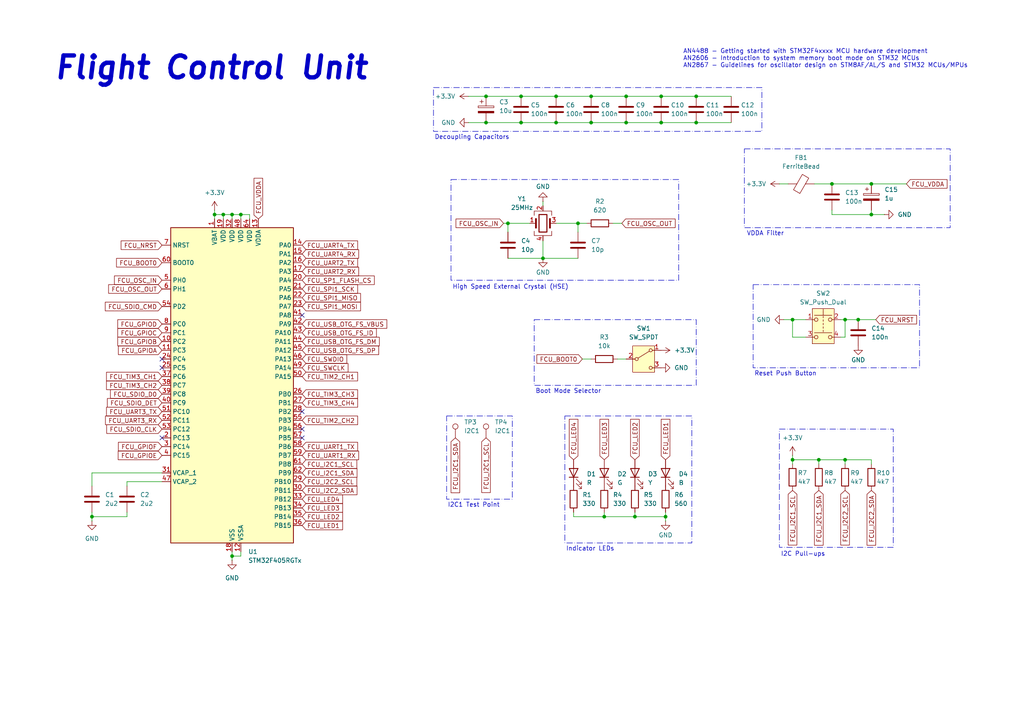
<source format=kicad_sch>
(kicad_sch (version 20250114) (generator "eeschema") (generator_version "9.0")
  (paper "A4")
  (title_block (title "Flight Control Unit") (rev "0.1.1") (company "Breno Soares Alves"))
  (lib_symbols
    (symbol "Connector:TestPoint" (pin_numbers (hide yes)) (pin_names (offset 0.762) (hide yes))
      (property "Reference" "TP" (at 0 6.858 0))
      (property "Value" "TestPoint" (at 0 5.08 0))
      (symbol "TestPoint_0_1"
        (circle (center 0 3.302) (radius 0.762))
      )
      (symbol "TestPoint_1_1"
        (pin passive line (at 0 0 90) (length 2.54) (name "1") (number "1"))
      )
    )
    (symbol "Device:C" (pin_numbers (hide yes)) (pin_names (offset 0.254))
      (property "Reference" "C" (at 0.635 2.54 0))
      (property "Value" "C" (at 0.635 -2.54 0))
      (symbol "C_0_1"
        (polyline (pts (xy -2.032 0.762) (xy 2.032 0.762)) (stroke (width 0.508)))
        (polyline (pts (xy -2.032 -0.762) (xy 2.032 -0.762)) (stroke (width 0.508)))
      )
      (symbol "C_1_1"
        (pin passive line (at 0 3.81 270) (length 2.794) (name "~") (number "1"))
        (pin passive line (at 0 -3.81 90) (length 2.794) (name "~") (number "2"))
      )
    )
    (symbol "Device:C_Polarized" (pin_numbers (hide yes)) (pin_names (offset 0.254))
      (property "Reference" "C" (at 0.635 2.54 0))
      (property "Value" "C_Polarized" (at 0.635 -2.54 0))
      (symbol "C_Polarized_0_1"
        (rectangle (start -2.286 0.508) (end 2.286 1.016))
        (polyline (pts (xy -1.778 2.286) (xy -0.762 2.286)))
        (polyline (pts (xy -1.27 2.794) (xy -1.27 1.778)))
        (rectangle (start 2.286 -0.508) (end -2.286 -1.016) (fill (type outline)))
      )
      (symbol "C_Polarized_1_1"
        (pin passive line (at 0 3.81 270) (length 2.794) (name "~") (number "1"))
        (pin passive line (at 0 -3.81 90) (length 2.794) (name "~") (number "2"))
      )
    )
    (symbol "Device:Crystal_GND24" (pin_names (offset 1.016) (hide yes))
      (property "Reference" "Y" (at 3.175 5.08 0))
      (property "Value" "Crystal_GND24" (at 3.175 3.175 0))
      (symbol "Crystal_GND24_0_1"
        (polyline (pts (xy -2.54 2.286) (xy -2.54 3.556) (xy 2.54 3.556) (xy 2.54 2.286)))
        (polyline (pts (xy -2.54 0) (xy -2.032 0)))
        (polyline (pts (xy -2.54 -2.286) (xy -2.54 -3.556) (xy 2.54 -3.556) (xy 2.54 -2.286)))
        (polyline (pts (xy -2.032 -1.27) (xy -2.032 1.27)) (stroke (width 0.508)))
        (rectangle (start -1.143 2.54) (end 1.143 -2.54) (stroke (width 0.3048)))
        (polyline (pts (xy 0 3.556) (xy 0 3.81)))
        (polyline (pts (xy 0 -3.81) (xy 0 -3.556)))
        (polyline (pts (xy 2.032 0) (xy 2.54 0)))
        (polyline (pts (xy 2.032 -1.27) (xy 2.032 1.27)) (stroke (width 0.508)))
      )
      (symbol "Crystal_GND24_1_1"
        (pin passive line (at -3.81 0 0) (length 1.27) (name "1") (number "1"))
        (pin passive line (at 0 5.08 270) (length 1.27) (name "2") (number "2"))
        (pin passive line (at 0 -5.08 90) (length 1.27) (name "4") (number "4"))
        (pin passive line (at 3.81 0 180) (length 1.27) (name "3") (number "3"))
      )
    )
    (symbol "Device:FerriteBead" (pin_numbers (hide yes)) (pin_names (offset 0))
      (property "Reference" "FB" (at -3.81 0.635 90))
      (property "Value" "FerriteBead" (at 3.81 0 90))
      (symbol "FerriteBead_0_1"
        (polyline (pts (xy -2.7686 0.4064) (xy -1.7018 2.2606) (xy 2.7686 -0.3048) (xy 1.6764 -2.159) (xy -2.7686 0.4064)))
        (polyline (pts (xy 0 1.27) (xy 0 1.2954)))
        (polyline (pts (xy 0 -1.27) (xy 0 -1.2192)))
      )
      (symbol "FerriteBead_1_1"
        (pin passive line (at 0 3.81 270) (length 2.54) (name "~") (number "1"))
        (pin passive line (at 0 -3.81 90) (length 2.54) (name "~") (number "2"))
      )
    )
    (symbol "Device:LED" (pin_numbers (hide yes)) (pin_names (offset 1.016) (hide yes))
      (property "Reference" "D" (at 0 2.54 0))
      (property "Value" "LED" (at 0 -2.54 0))
      (symbol "LED_0_1"
        (polyline (pts (xy -3.048 -0.762) (xy -4.572 -2.286) (xy -3.81 -2.286) (xy -4.572 -2.286) (xy -4.572 -1.524)))
        (polyline (pts (xy -1.778 -0.762) (xy -3.302 -2.286) (xy -2.54 -2.286) (xy -3.302 -2.286) (xy -3.302 -1.524)))
        (polyline (pts (xy -1.27 0) (xy 1.27 0)))
        (polyline (pts (xy -1.27 -1.27) (xy -1.27 1.27)) (stroke (width 0.254)))
        (polyline (pts (xy 1.27 -1.27) (xy 1.27 1.27) (xy -1.27 0) (xy 1.27 -1.27)) (stroke (width 0.254)))
      )
      (symbol "LED_1_1"
        (pin passive line (at -3.81 0 0) (length 2.54) (name "K") (number "1"))
        (pin passive line (at 3.81 0 180) (length 2.54) (name "A") (number "2"))
      )
    )
    (symbol "Device:R" (pin_numbers (hide yes)) (pin_names (offset 0))
      (property "Reference" "R" (at 2.032 0 90))
      (property "Value" "R" (at 0 0 90))
      (symbol "R_0_1"
        (rectangle (start -1.016 -2.54) (end 1.016 2.54) (stroke (width 0.254)))
      )
      (symbol "R_1_1"
        (pin passive line (at 0 3.81 270) (length 1.27) (name "~") (number "1"))
        (pin passive line (at 0 -3.81 90) (length 1.27) (name "~") (number "2"))
      )
    )
    (symbol "MCU_ST_STM32F4:STM32F405RGTx"
      (property "Reference" "U" (at -17.78 46.99 0))
      (property "Value" "STM32F405RGTx" (at 10.16 46.99 0))
      (symbol "STM32F405RGTx_0_1"
        (rectangle (start -17.78 -45.72) (end 17.78 45.72) (stroke (width 0.254)) (fill (type background)))
      )
      (symbol "STM32F405RGTx_1_1"
        (pin input line (at -20.32 40.64 0) (length 2.54) (name "NRST") (number "7"))
        (pin input line (at -20.32 35.56 0) (length 2.54) (name "BOOT0") (number "60"))
        (pin bidirectional line (at -20.32 30.48 0) (length 2.54) (name "PH0") (number "5"))
        (pin bidirectional line (at -20.32 27.94 0) (length 2.54) (name "PH1") (number "6"))
        (pin bidirectional line (at -20.32 22.86 0) (length 2.54) (name "PD2") (number "54"))
        (pin bidirectional line (at -20.32 17.78 0) (length 2.54) (name "PC0") (number "8"))
        (pin bidirectional line (at -20.32 15.24 0) (length 2.54) (name "PC1") (number "9"))
        (pin bidirectional line (at -20.32 12.7 0) (length 2.54) (name "PC2") (number "10"))
        (pin bidirectional line (at -20.32 10.16 0) (length 2.54) (name "PC3") (number "11"))
        (pin bidirectional line (at -20.32 7.62 0) (length 2.54) (name "PC4") (number "24"))
        (pin bidirectional line (at -20.32 5.08 0) (length 2.54) (name "PC5") (number "25"))
        (pin bidirectional line (at -20.32 2.54 0) (length 2.54) (name "PC6") (number "37"))
        (pin bidirectional line (at -20.32 0 0) (length 2.54) (name "PC7") (number "38"))
        (pin bidirectional line (at -20.32 -2.54 0) (length 2.54) (name "PC8") (number "39"))
        (pin bidirectional line (at -20.32 -5.08 0) (length 2.54) (name "PC9") (number "40"))
        (pin bidirectional line (at -20.32 -7.62 0) (length 2.54) (name "PC10") (number "51"))
        (pin bidirectional line (at -20.32 -10.16 0) (length 2.54) (name "PC11") (number "52"))
        (pin bidirectional line (at -20.32 -12.7 0) (length 2.54) (name "PC12") (number "53"))
        (pin bidirectional line (at -20.32 -15.24 0) (length 2.54) (name "PC13") (number "2"))
        (pin bidirectional line (at -20.32 -17.78 0) (length 2.54) (name "PC14") (number "3"))
        (pin bidirectional line (at -20.32 -20.32 0) (length 2.54) (name "PC15") (number "4"))
        (pin power_out line (at -20.32 -25.4 0) (length 2.54) (name "VCAP_1") (number "31"))
        (pin power_out line (at -20.32 -27.94 0) (length 2.54) (name "VCAP_2") (number "47"))
        (pin power_in line (at -5.08 48.26 270) (length 2.54) (name "VBAT") (number "1"))
        (pin power_in line (at -2.54 48.26 270) (length 2.54) (name "VDD") (number "19"))
        (pin power_in line (at 0 48.26 270) (length 2.54) (name "VDD") (number "32"))
        (pin power_in line (at 0 -48.26 90) (length 2.54) (name "VSS") (number "18"))
        (pin passive line (at 0 -48.26 90) (length 2.54) (hide yes) (name "VSS") (number "63"))
        (pin power_in line (at 2.54 48.26 270) (length 2.54) (name "VDD") (number "48"))
        (pin power_in line (at 2.54 -48.26 90) (length 2.54) (name "VSSA") (number "12"))
        (pin power_in line (at 5.08 48.26 270) (length 2.54) (name "VDD") (number "64"))
        (pin power_in line (at 7.62 48.26 270) (length 2.54) (name "VDDA") (number "13"))
        (pin bidirectional line (at 20.32 40.64 180) (length 2.54) (name "PA0") (number "14"))
        (pin bidirectional line (at 20.32 38.1 180) (length 2.54) (name "PA1") (number "15"))
        (pin bidirectional line (at 20.32 35.56 180) (length 2.54) (name "PA2") (number "16"))
        (pin bidirectional line (at 20.32 33.02 180) (length 2.54) (name "PA3") (number "17"))
        (pin bidirectional line (at 20.32 30.48 180) (length 2.54) (name "PA4") (number "20"))
        (pin bidirectional line (at 20.32 27.94 180) (length 2.54) (name "PA5") (number "21"))
        (pin bidirectional line (at 20.32 25.4 180) (length 2.54) (name "PA6") (number "22"))
        (pin bidirectional line (at 20.32 22.86 180) (length 2.54) (name "PA7") (number "23"))
        (pin bidirectional line (at 20.32 20.32 180) (length 2.54) (name "PA8") (number "41"))
        (pin bidirectional line (at 20.32 17.78 180) (length 2.54) (name "PA9") (number "42"))
        (pin bidirectional line (at 20.32 15.24 180) (length 2.54) (name "PA10") (number "43"))
        (pin bidirectional line (at 20.32 12.7 180) (length 2.54) (name "PA11") (number "44"))
        (pin bidirectional line (at 20.32 10.16 180) (length 2.54) (name "PA12") (number "45"))
        (pin bidirectional line (at 20.32 7.62 180) (length 2.54) (name "PA13") (number "46"))
        (pin bidirectional line (at 20.32 5.08 180) (length 2.54) (name "PA14") (number "49"))
        (pin bidirectional line (at 20.32 2.54 180) (length 2.54) (name "PA15") (number "50"))
        (pin bidirectional line (at 20.32 -2.54 180) (length 2.54) (name "PB0") (number "26"))
        (pin bidirectional line (at 20.32 -5.08 180) (length 2.54) (name "PB1") (number "27"))
        (pin bidirectional line (at 20.32 -7.62 180) (length 2.54) (name "PB2") (number "28"))
        (pin bidirectional line (at 20.32 -10.16 180) (length 2.54) (name "PB3") (number "55"))
        (pin bidirectional line (at 20.32 -12.7 180) (length 2.54) (name "PB4") (number "56"))
        (pin bidirectional line (at 20.32 -15.24 180) (length 2.54) (name "PB5") (number "57"))
        (pin bidirectional line (at 20.32 -17.78 180) (length 2.54) (name "PB6") (number "58"))
        (pin bidirectional line (at 20.32 -20.32 180) (length 2.54) (name "PB7") (number "59"))
        (pin bidirectional line (at 20.32 -22.86 180) (length 2.54) (name "PB8") (number "61"))
        (pin bidirectional line (at 20.32 -25.4 180) (length 2.54) (name "PB9") (number "62"))
        (pin bidirectional line (at 20.32 -27.94 180) (length 2.54) (name "PB10") (number "29"))
        (pin bidirectional line (at 20.32 -30.48 180) (length 2.54) (name "PB11") (number "30"))
        (pin bidirectional line (at 20.32 -33.02 180) (length 2.54) (name "PB12") (number "33"))
        (pin bidirectional line (at 20.32 -35.56 180) (length 2.54) (name "PB13") (number "34"))
        (pin bidirectional line (at 20.32 -38.1 180) (length 2.54) (name "PB14") (number "35"))
        (pin bidirectional line (at 20.32 -40.64 180) (length 2.54) (name "PB15") (number "36"))
      )
    )
    (symbol "Switch:SW_Push_Dual" (pin_names (offset 1.016) (hide yes))
      (property "Reference" "SW" (at 0 7.62 0))
      (property "Value" "SW_Push_Dual" (at 0 -6.35 0))
      (symbol "SW_Push_Dual_0_1"
        (circle (center -2.032 2.54) (radius 0.508))
        (circle (center -2.032 -2.54) (radius 0.508))
        (polyline (pts (xy 0 3.81) (xy 0 5.588)))
        (polyline (pts (xy 0 3.048) (xy 0 3.556)))
        (polyline (pts (xy 0 2.032) (xy 0 2.54)))
        (polyline (pts (xy 0 1.016) (xy 0 1.524)))
        (polyline (pts (xy 0 0.508) (xy 0 0)))
        (polyline (pts (xy 0 -0.508) (xy 0 -1.016)))
        (circle (center 2.032 2.54) (radius 0.508))
        (circle (center 2.032 -2.54) (radius 0.508))
        (polyline (pts (xy 2.54 3.81) (xy -2.54 3.81)))
        (polyline (pts (xy 2.54 -1.27) (xy -2.54 -1.27)))
        (pin passive line (at -5.08 2.54 0) (length 2.54) (name "1") (number "1"))
        (pin passive line (at -5.08 -2.54 0) (length 2.54) (name "3") (number "3"))
        (pin passive line (at 5.08 2.54 180) (length 2.54) (name "2") (number "2"))
        (pin passive line (at 5.08 -2.54 180) (length 2.54) (name "4") (number "4"))
      )
      (symbol "SW_Push_Dual_1_1"
        (rectangle (start -3.175 5.715) (end 3.175 -4.445) (fill (type background)))
      )
    )
    (symbol "Switch:SW_SPDT" (pin_names (offset 0) (hide yes))
      (property "Reference" "SW" (at 0 5.08 0))
      (property "Value" "SW_SPDT" (at 0 -5.08 0))
      (symbol "SW_SPDT_0_1"
        (circle (center -2.032 0) (radius 0.4572))
        (polyline (pts (xy -1.651 0.254) (xy 1.651 2.286)))
        (circle (center 2.032 2.54) (radius 0.4572))
        (circle (center 2.032 -2.54) (radius 0.4572))
      )
      (symbol "SW_SPDT_1_1"
        (rectangle (start -3.175 3.81) (end 3.175 -3.81) (fill (type background)))
        (pin passive line (at -5.08 0 0) (length 2.54) (name "B") (number "2"))
        (pin passive line (at 5.08 2.54 180) (length 2.54) (name "A") (number "1"))
        (pin passive line (at 5.08 -2.54 180) (length 2.54) (name "C") (number "3"))
      )
    )
    (symbol "power:+3.3V" (power) (pin_numbers (hide yes)) (pin_names (offset 0) (hide yes))
      (property "Value" "+3.3V" (at 0 3.556 0))
      (symbol "+3.3V_0_1"
        (polyline (pts (xy -0.762 1.27) (xy 0 2.54)))
        (polyline (pts (xy 0 2.54) (xy 0.762 1.27)))
        (polyline (pts (xy 0 0) (xy 0 2.54)))
      )
      (symbol "+3.3V_1_1"
        (pin power_in line (at 0 0 90) (length 0) (name "~") (number "1"))
      )
    )
    (symbol "power:GND" (power) (pin_numbers (hide yes)) (pin_names (offset 0) (hide yes))
      (property "Value" "GND" (at 0 -3.81 0))
      (symbol "GND_0_1"
        (polyline (pts (xy 0 0) (xy 0 -1.27) (xy 1.27 -1.27) (xy 0 -2.54) (xy -1.27 -1.27) (xy 0 -1.27)))
      )
      (symbol "GND_1_1"
        (pin power_in line (at 0 0 270) (length 0) (name "~") (number "1"))
      )
    )
  )
  (rectangle (start 154.94 92.71) (end 201.93 111.76) (stroke (width 0) (type dash_dot)))
  (rectangle (start 130.81 52.07) (end 196.85 81.28) (stroke (width 0) (type dash_dot)))
  (rectangle (start 215.9 43.18) (end 275.59 66.04) (stroke (width 0) (type dash_dot)))
  (rectangle (start 163.83 120.65) (end 200.66 157.48) (stroke (width 0) (type dash_dot)))
  (rectangle (start 226.06 124.46) (end 259.08 158.75) (stroke (width 0) (type dash_dot)))
  (rectangle (start 125.73 25.4) (end 220.98 38.1) (stroke (width 0) (type dash_dot)))
  (rectangle (start 129.54 120.65) (end 148.59 144.78) (stroke (width 0) (type dash_dot)))
  (rectangle (start 218.44 82.55) (end 266.7 106.68) (stroke (width 0) (type dash_dot)))
  (text "Reset Push Button" (at 227.838 108.458 0) (effects (font (size 1.27 1.27))))
  (text "VDDA Filter" (at 221.996 67.818 0) (effects (font (size 1.27 1.27))))
  (text "Decoupling Capacitors" (at 136.906 39.878 0) (effects (font (size 1.27 1.27))))
  (text "I2C Pull-ups" (at 232.918 160.782 0) (effects (font (size 1.27 1.27))))
  (text "Flight Control Unit" (at 61.214 19.812 0) (effects (font (size 6.35 6.35) (thickness 1.27) (bold yes) (italic yes))))
  (text "AN4488 - Getting started with STM32F4xxxx MCU hardware development\nAN2606 - Introduction to system memory boot mode on STM32 MCUs\nAN2867 - Guidelines for oscillator design on STM8AF/AL/S and STM32 MCUs/MPUs" (at 198.12 17.018 0) (effects (font (size 1.27 1.27)) (justify left)))
  (text "Indicator LEDs" (at 171.196 159.258 0) (effects (font (size 1.27 1.27))))
  (text "Boot Mode Selector" (at 164.846 113.538 0) (effects (font (size 1.27 1.27))))
  (text "High Speed External Crystal (HSE)" (at 148.082 83.312 0) (effects (font (size 1.27 1.27))))
  (text "I2C1 Test Point" (at 137.414 146.558 0) (effects (font (size 1.27 1.27))))
  (junction (at 140.97 35.56))
  (junction (at 26.67 149.86))
  (junction (at 184.15 149.86))
  (junction (at 69.85 62.23))
  (junction (at 151.13 35.56))
  (junction (at 241.3 53.34))
  (junction (at 229.87 92.71))
  (junction (at 248.92 92.71))
  (junction (at 62.23 62.23))
  (junction (at 171.45 27.94))
  (junction (at 157.48 74.93))
  (junction (at 245.11 92.71))
  (junction (at 191.77 27.94))
  (junction (at 167.64 64.77))
  (junction (at 171.45 35.56))
  (junction (at 191.77 35.56))
  (junction (at 252.73 62.23))
  (junction (at 151.13 27.94))
  (junction (at 237.49 133.35))
  (junction (at 161.29 27.94))
  (junction (at 181.61 35.56))
  (junction (at 181.61 27.94))
  (junction (at 147.32 64.77))
  (junction (at 140.97 27.94))
  (junction (at 67.31 161.29))
  (junction (at 161.29 35.56))
  (junction (at 201.93 27.94))
  (junction (at 245.11 133.35))
  (junction (at 175.26 149.86))
  (junction (at 193.04 149.86))
  (junction (at 64.77 62.23))
  (junction (at 229.87 133.35))
  (junction (at 67.31 62.23))
  (junction (at 252.73 53.34))
  (junction (at 201.93 35.56))
  (no_connect (at 46.99 104.14))
  (no_connect (at 87.63 124.46))
  (no_connect (at 46.99 106.68))
  (no_connect (at 87.63 91.44))
  (no_connect (at 46.99 127))
  (no_connect (at 87.63 119.38))
  (no_connect (at 87.63 127))
  (wire (pts (xy 147.32 74.93) (xy 157.48 74.93)))
  (wire (pts (xy 161.29 64.77) (xy 167.64 64.77)))
  (wire (pts (xy 64.77 62.23) (xy 64.77 63.5)))
  (wire (pts (xy 227.33 92.71) (xy 229.87 92.71)))
  (wire (pts (xy 157.48 74.93) (xy 167.64 74.93)))
  (wire (pts (xy 67.31 160.02) (xy 67.31 161.29)))
  (wire (pts (xy 193.04 148.59) (xy 193.04 149.86)))
  (wire (pts (xy 151.13 27.94) (xy 161.29 27.94)))
  (wire (pts (xy 229.87 133.35) (xy 237.49 133.35)))
  (wire (pts (xy 226.06 53.34) (xy 228.6 53.34)))
  (wire (pts (xy 193.04 149.86) (xy 184.15 149.86)))
  (wire (pts (xy 229.87 92.71) (xy 229.87 97.79)))
  (wire (pts (xy 243.84 92.71) (xy 245.11 92.71)))
  (wire (pts (xy 167.64 67.31) (xy 167.64 64.77)))
  (wire (pts (xy 168.91 104.14) (xy 171.45 104.14)))
  (wire (pts (xy 181.61 35.56) (xy 191.77 35.56)))
  (wire (pts (xy 26.67 137.16) (xy 26.67 140.97)))
  (wire (pts (xy 252.73 62.23) (xy 252.73 60.96)))
  (wire (pts (xy 171.45 35.56) (xy 181.61 35.56)))
  (wire (pts (xy 243.84 97.79) (xy 245.11 97.79)))
  (wire (pts (xy 181.61 27.94) (xy 191.77 27.94)))
  (wire (pts (xy 147.32 64.77) (xy 153.67 64.77)))
  (wire (pts (xy 135.89 35.56) (xy 140.97 35.56)))
  (wire (pts (xy 229.87 92.71) (xy 233.68 92.71)))
  (wire (pts (xy 26.67 149.86) (xy 36.83 149.86)))
  (wire (pts (xy 67.31 161.29) (xy 67.31 162.56)))
  (wire (pts (xy 151.13 35.56) (xy 161.29 35.56)))
  (wire (pts (xy 191.77 27.94) (xy 201.93 27.94)))
  (wire (pts (xy 175.26 149.86) (xy 166.37 149.86)))
  (wire (pts (xy 245.11 133.35) (xy 252.73 133.35)))
  (wire (pts (xy 36.83 139.7) (xy 46.99 139.7)))
  (wire (pts (xy 72.39 62.23) (xy 72.39 63.5)))
  (wire (pts (xy 175.26 149.86) (xy 175.26 148.59)))
  (wire (pts (xy 171.45 27.94) (xy 181.61 27.94)))
  (wire (pts (xy 146.05 64.77) (xy 147.32 64.77)))
  (wire (pts (xy 26.67 149.86) (xy 26.67 151.13)))
  (wire (pts (xy 184.15 149.86) (xy 184.15 148.59)))
  (wire (pts (xy 46.99 137.16) (xy 26.67 137.16)))
  (wire (pts (xy 245.11 133.35) (xy 245.11 134.62)))
  (wire (pts (xy 166.37 149.86) (xy 166.37 148.59)))
  (wire (pts (xy 252.73 62.23) (xy 241.3 62.23)))
  (wire (pts (xy 26.67 148.59) (xy 26.67 149.86)))
  (wire (pts (xy 236.22 53.34) (xy 241.3 53.34)))
  (wire (pts (xy 252.73 133.35) (xy 252.73 134.62)))
  (wire (pts (xy 36.83 139.7) (xy 36.83 140.97)))
  (wire (pts (xy 179.07 104.14) (xy 181.61 104.14)))
  (wire (pts (xy 252.73 53.34) (xy 262.89 53.34)))
  (wire (pts (xy 245.11 97.79) (xy 245.11 92.71)))
  (wire (pts (xy 201.93 35.56) (xy 212.09 35.56)))
  (wire (pts (xy 64.77 62.23) (xy 67.31 62.23)))
  (wire (pts (xy 229.87 132.08) (xy 229.87 133.35)))
  (wire (pts (xy 229.87 97.79) (xy 233.68 97.79)))
  (wire (pts (xy 237.49 133.35) (xy 245.11 133.35)))
  (wire (pts (xy 229.87 133.35) (xy 229.87 134.62)))
  (wire (pts (xy 67.31 62.23) (xy 69.85 62.23)))
  (wire (pts (xy 191.77 35.56) (xy 201.93 35.56)))
  (wire (pts (xy 62.23 62.23) (xy 62.23 63.5)))
  (wire (pts (xy 69.85 161.29) (xy 69.85 160.02)))
  (wire (pts (xy 67.31 62.23) (xy 67.31 63.5)))
  (wire (pts (xy 256.54 62.23) (xy 252.73 62.23)))
  (wire (pts (xy 245.11 92.71) (xy 248.92 92.71)))
  (wire (pts (xy 201.93 27.94) (xy 212.09 27.94)))
  (wire (pts (xy 36.83 149.86) (xy 36.83 148.59)))
  (wire (pts (xy 167.64 64.77) (xy 170.18 64.77)))
  (wire (pts (xy 248.92 92.71) (xy 254 92.71)))
  (wire (pts (xy 177.8 64.77) (xy 180.34 64.77)))
  (wire (pts (xy 241.3 62.23) (xy 241.3 60.96)))
  (wire (pts (xy 140.97 35.56) (xy 151.13 35.56)))
  (wire (pts (xy 193.04 149.86) (xy 193.04 151.13)))
  (wire (pts (xy 161.29 35.56) (xy 171.45 35.56)))
  (wire (pts (xy 157.48 58.42) (xy 157.48 59.69)))
  (wire (pts (xy 67.31 161.29) (xy 69.85 161.29)))
  (wire (pts (xy 147.32 64.77) (xy 147.32 67.31)))
  (wire (pts (xy 241.3 53.34) (xy 252.73 53.34)))
  (wire (pts (xy 135.89 27.94) (xy 140.97 27.94)))
  (wire (pts (xy 140.97 27.94) (xy 151.13 27.94)))
  (wire (pts (xy 237.49 133.35) (xy 237.49 134.62)))
  (wire (pts (xy 62.23 60.96) (xy 62.23 62.23)))
  (wire (pts (xy 161.29 27.94) (xy 171.45 27.94)))
  (wire (pts (xy 157.48 69.85) (xy 157.48 74.93)))
  (wire (pts (xy 184.15 149.86) (xy 175.26 149.86)))
  (wire (pts (xy 62.23 62.23) (xy 64.77 62.23)))
  (wire (pts (xy 69.85 62.23) (xy 72.39 62.23)))
  (wire (pts (xy 69.85 62.23) (xy 69.85 63.5)))
  (global_label "FCU_I2C1_SCL" (shape input) (at 140.97 127 270) (property "Intersheetrefs" "${INTERSHEET_REFS}" (effects (hide yes))))
  (global_label "FCU_VDDA" (shape input) (at 74.93 63.5 90) (property "Intersheetrefs" "${INTERSHEET_REFS}" (effects (hide yes))))
  (global_label "FCU_TIM3_CH1" (shape input) (at 46.99 109.22 180) (property "Intersheetrefs" "${INTERSHEET_REFS}" (effects (hide yes))))
  (global_label "FCU_I2C2_SCL" (shape input) (at 87.63 139.7 0) (property "Intersheetrefs" "${INTERSHEET_REFS}" (effects (hide yes))))
  (global_label "FCU_VDDA" (shape input) (at 262.89 53.34 0) (property "Intersheetrefs" "${INTERSHEET_REFS}" (effects (hide yes))))
  (global_label "FCU_SPI1_MOSI" (shape input) (at 87.63 88.9 0) (property "Intersheetrefs" "${INTERSHEET_REFS}" (effects (hide yes))))
  (global_label "FCU_UART4_TX" (shape input) (at 87.63 71.12 0) (property "Intersheetrefs" "${INTERSHEET_REFS}" (effects (hide yes))))
  (global_label "FCU_UART1_TX" (shape input) (at 87.63 129.54 0) (property "Intersheetrefs" "${INTERSHEET_REFS}" (effects (hide yes))))
  (global_label "FCU_UART3_TX" (shape input) (at 46.99 119.38 180) (property "Intersheetrefs" "${INTERSHEET_REFS}" (effects (hide yes))))
  (global_label "FCU_LED3" (shape input) (at 175.26 133.35 90) (property "Intersheetrefs" "${INTERSHEET_REFS}" (effects (hide yes))))
  (global_label "FCU_GPIOE" (shape input) (at 46.99 132.08 180) (property "Intersheetrefs" "${INTERSHEET_REFS}" (effects (hide yes))))
  (global_label "FCU_SWDIO" (shape input) (at 87.63 104.14 0) (property "Intersheetrefs" "${INTERSHEET_REFS}" (effects (hide yes))))
  (global_label "FCU_USB_OTG_FS_DP" (shape input) (at 87.63 101.6 0) (property "Intersheetrefs" "${INTERSHEET_REFS}" (effects (hide yes))))
  (global_label "FCU_OSC_OUT" (shape input) (at 180.34 64.77 0) (property "Intersheetrefs" "${INTERSHEET_REFS}" (effects (hide yes))))
  (global_label "FCU_NRST" (shape input) (at 46.99 71.12 180) (property "Intersheetrefs" "${INTERSHEET_REFS}" (effects (hide yes))))
  (global_label "FCU_SPI1_MISO" (shape input) (at 87.63 86.36 0) (property "Intersheetrefs" "${INTERSHEET_REFS}" (effects (hide yes))))
  (global_label "FCU_I2C2_SDA" (shape input) (at 252.73 142.24 270) (property "Intersheetrefs" "${INTERSHEET_REFS}" (effects (hide yes))))
  (global_label "FCU_I2C1_SDA" (shape input) (at 237.49 142.24 270) (property "Intersheetrefs" "${INTERSHEET_REFS}" (effects (hide yes))))
  (global_label "FCU_SPI1_SCK" (shape input) (at 87.63 83.82 0) (property "Intersheetrefs" "${INTERSHEET_REFS}" (effects (hide yes))))
  (global_label "FCU_UART1_RX" (shape input) (at 87.63 132.08 0) (property "Intersheetrefs" "${INTERSHEET_REFS}" (effects (hide yes))))
  (global_label "FCU_LED2" (shape input) (at 87.63 149.86 0) (property "Intersheetrefs" "${INTERSHEET_REFS}" (effects (hide yes))))
  (global_label "FCU_BOOT0" (shape input) (at 168.91 104.14 180) (property "Intersheetrefs" "${INTERSHEET_REFS}" (effects (hide yes))))
  (global_label "FCU_I2C1_SDA" (shape input) (at 87.63 137.16 0) (property "Intersheetrefs" "${INTERSHEET_REFS}" (effects (hide yes))))
  (global_label "FCU_OSC_OUT" (shape input) (at 46.99 83.82 180) (property "Intersheetrefs" "${INTERSHEET_REFS}" (effects (hide yes))))
  (global_label "FCU_SWCLK" (shape input) (at 87.63 106.68 0) (property "Intersheetrefs" "${INTERSHEET_REFS}" (effects (hide yes))))
  (global_label "FCU_SDIO_CLK" (shape input) (at 46.99 124.46 180) (property "Intersheetrefs" "${INTERSHEET_REFS}" (effects (hide yes))))
  (global_label "FCU_USB_OTG_FS_DM" (shape input) (at 87.63 99.06 0) (property "Intersheetrefs" "${INTERSHEET_REFS}" (effects (hide yes))))
  (global_label "FCU_SP1_FLASH_CS" (shape input) (at 87.63 81.28 0) (property "Intersheetrefs" "${INTERSHEET_REFS}" (effects (hide yes))))
  (global_label "FCU_TIM2_CH2" (shape input) (at 87.63 121.92 0) (property "Intersheetrefs" "${INTERSHEET_REFS}" (effects (hide yes))))
  (global_label "FCU_BOOT0" (shape input) (at 46.99 76.2 180) (property "Intersheetrefs" "${INTERSHEET_REFS}" (effects (hide yes))))
  (global_label "FCU_UART4_RX" (shape input) (at 87.63 73.66 0) (property "Intersheetrefs" "${INTERSHEET_REFS}" (effects (hide yes))))
  (global_label "FCU_I2C1_SCL" (shape input) (at 229.87 142.24 270) (property "Intersheetrefs" "${INTERSHEET_REFS}" (effects (hide yes))))
  (global_label "FCU_NRST" (shape input) (at 254 92.71 0) (property "Intersheetrefs" "${INTERSHEET_REFS}" (effects (hide yes))))
  (global_label "FCU_USB_OTG_FS_VBUS" (shape input) (at 87.63 93.98 0) (property "Intersheetrefs" "${INTERSHEET_REFS}" (effects (hide yes))))
  (global_label "FCU_UART2_TX" (shape input) (at 87.63 76.2 0) (property "Intersheetrefs" "${INTERSHEET_REFS}" (effects (hide yes))))
  (global_label "FCU_LED2" (shape input) (at 184.15 133.35 90) (property "Intersheetrefs" "${INTERSHEET_REFS}" (effects (hide yes))))
  (global_label "FCU_I2C1_SCL" (shape input) (at 87.63 134.62 0) (property "Intersheetrefs" "${INTERSHEET_REFS}" (effects (hide yes))))
  (global_label "FCU_I2C1_SDA" (shape input) (at 132.08 127 270) (property "Intersheetrefs" "${INTERSHEET_REFS}" (effects (hide yes))))
  (global_label "FCU_I2C2_SDA" (shape input) (at 87.63 142.24 0) (property "Intersheetrefs" "${INTERSHEET_REFS}" (effects (hide yes))))
  (global_label "FCU_TIM2_CH1" (shape input) (at 87.63 109.22 0) (property "Intersheetrefs" "${INTERSHEET_REFS}" (effects (hide yes))))
  (global_label "FCU_UART2_RX" (shape input) (at 87.63 78.74 0) (property "Intersheetrefs" "${INTERSHEET_REFS}" (effects (hide yes))))
  (global_label "FCU_GPIOC" (shape input) (at 46.99 96.52 180) (property "Intersheetrefs" "${INTERSHEET_REFS}" (effects (hide yes))))
  (global_label "FCU_GPIOA" (shape input) (at 46.99 101.6 180) (property "Intersheetrefs" "${INTERSHEET_REFS}" (effects (hide yes))))
  (global_label "FCU_TIM3_CH4" (shape input) (at 87.63 116.84 0) (property "Intersheetrefs" "${INTERSHEET_REFS}" (effects (hide yes))))
  (global_label "FCU_LED1" (shape input) (at 193.04 133.35 90) (property "Intersheetrefs" "${INTERSHEET_REFS}" (effects (hide yes))))
  (global_label "FCU_SDIO_DET" (shape input) (at 46.99 116.84 180) (property "Intersheetrefs" "${INTERSHEET_REFS}" (effects (hide yes))))
  (global_label "FCU_TIM3_CH2" (shape input) (at 46.99 111.76 180) (property "Intersheetrefs" "${INTERSHEET_REFS}" (effects (hide yes))))
  (global_label "FCU_GPIOF" (shape input) (at 46.99 129.54 180) (property "Intersheetrefs" "${INTERSHEET_REFS}" (effects (hide yes))))
  (global_label "FCU_TIM3_CH3" (shape input) (at 87.63 114.3 0) (property "Intersheetrefs" "${INTERSHEET_REFS}" (effects (hide yes))))
  (global_label "FCU_I2C2_SCL" (shape input) (at 245.11 142.24 270) (property "Intersheetrefs" "${INTERSHEET_REFS}" (effects (hide yes))))
  (global_label "FCU_UART3_RX" (shape input) (at 46.99 121.92 180) (property "Intersheetrefs" "${INTERSHEET_REFS}" (effects (hide yes))))
  (global_label "FCU_USB_OTG_FS_ID" (shape input) (at 87.63 96.52 0) (property "Intersheetrefs" "${INTERSHEET_REFS}" (effects (hide yes))))
  (global_label "FCU_OSC_IN" (shape input) (at 146.05 64.77 180) (property "Intersheetrefs" "${INTERSHEET_REFS}" (effects (hide yes))))
  (global_label "FCU_GPIOB" (shape input) (at 46.99 99.06 180) (property "Intersheetrefs" "${INTERSHEET_REFS}" (effects (hide yes))))
  (global_label "FCU_LED1" (shape input) (at 87.63 152.4 0) (property "Intersheetrefs" "${INTERSHEET_REFS}" (effects (hide yes))))
  (global_label "FCU_LED3" (shape input) (at 87.63 147.32 0) (property "Intersheetrefs" "${INTERSHEET_REFS}" (effects (hide yes))))
  (global_label "FCU_SDIO_D0" (shape input) (at 46.99 114.3 180) (property "Intersheetrefs" "${INTERSHEET_REFS}" (effects (hide yes))))
  (global_label "FCU_SDIO_CMD" (shape input) (at 46.99 88.9 180) (property "Intersheetrefs" "${INTERSHEET_REFS}" (effects (hide yes))))
  (global_label "FCU_OSC_IN" (shape input) (at 46.99 81.28 180) (property "Intersheetrefs" "${INTERSHEET_REFS}" (effects (hide yes))))
  (global_label "FCU_LED4" (shape input) (at 87.63 144.78 0) (property "Intersheetrefs" "${INTERSHEET_REFS}" (effects (hide yes))))
  (global_label "FCU_LED4" (shape input) (at 166.37 133.35 90) (property "Intersheetrefs" "${INTERSHEET_REFS}" (effects (hide yes))))
  (global_label "FCU_GPIOD" (shape input) (at 46.99 93.98 180) (property "Intersheetrefs" "${INTERSHEET_REFS}" (effects (hide yes))))
  (symbol (lib_id "Device:R") (at 193.04 144.78 0) (unit 1)
    (property "Reference" "R6" (at 195.58 143.5099 0) (effects (justify left)))
    (property "Value" "560" (at 195.58 146.0499 0) (effects (justify left)))
    (property "Footprint" "Resistor_SMD:R_0603_1608Metric_Pad0.98x0.95mm_HandSolder" (effects (hide yes)))
    (property "Description" "Resistor" (effects (hide yes)))
  )
  (symbol (lib_id "power:GND") (at 256.54 62.23 90) (unit 1)
    (property "Reference" "#PWR015" (effects (hide yes)))
    (property "Value" "GND" (at 260.35 62.2299 90) (effects (justify right)))
    (property "Description" "Power symbol creates a global label with name \"GND\" , ground" (effects (hide yes)))
  )
  (symbol (lib_id "Device:R") (at 229.87 138.43 0) (unit 1)
    (property "Reference" "R7" (at 231.394 137.16 0) (effects (justify left)))
    (property "Value" "4k7" (at 231.394 139.7 0) (effects (justify left)))
    (property "Footprint" "Resistor_SMD:R_0603_1608Metric_Pad0.98x0.95mm_HandSolder" (effects (hide yes)))
    (property "Description" "Resistor" (effects (hide yes)))
  )
  (symbol (lib_id "power:GND") (at 67.31 162.56 0) (unit 1)
    (property "Reference" "#PWR03" (effects (hide yes)))
    (property "Value" "GND" (at 67.31 167.64 0))
    (property "Description" "Power symbol creates a global label with name \"GND\" , ground" (effects (hide yes)))
  )
  (symbol (lib_id "Device:R") (at 175.26 104.14 90) (unit 1)
    (property "Reference" "R3" (at 175.26 97.79 90))
    (property "Value" "10k" (at 175.26 100.33 90))
    (property "Footprint" "Resistor_SMD:R_0603_1608Metric_Pad0.98x0.95mm_HandSolder" (effects (hide yes)))
    (property "Description" "Resistor" (effects (hide yes)))
  )
  (symbol (lib_id "Device:C") (at 161.29 31.75 0) (unit 1)
    (property "Reference" "C6" (at 164.084 30.48 0) (effects (justify left)))
    (property "Value" "100n" (at 164.084 33.02 0) (effects (justify left)))
    (property "Footprint" "Capacitor_SMD:C_0402_1005Metric" (effects (hide yes)))
    (property "Description" "Unpolarized capacitor" (effects (hide yes)))
  )
  (symbol (lib_id "power:+3.3V") (at 135.89 27.94 90) (unit 1)
    (property "Reference" "#PWR04" (effects (hide yes)))
    (property "Value" "+3.3V" (at 132.08 27.9399 90) (effects (justify left)))
    (property "Description" "Power symbol creates a global label with name \"+3.3V\"" (effects (hide yes)))
  )
  (symbol (lib_id "Device:LED") (at 184.15 137.16 90) (unit 1)
    (property "Reference" "D3" (at 187.96 137.4774 90) (effects (justify right)))
    (property "Value" "Y" (at 187.96 140.0174 90) (effects (justify right)))
    (property "Footprint" "LED_SMD:LED_0805_2012Metric" (effects (hide yes)))
    (property "Description" "Light emitting diode" (effects (hide yes)))
    (property "Sim.Pins" "1=K 2=A" (effects (hide yes)))
  )
  (symbol (lib_id "Connector:TestPoint") (at 140.97 127 0) (unit 1)
    (property "Reference" "TP4" (at 143.51 122.4279 0) (effects (justify left)))
    (property "Value" "I2C1" (at 143.51 124.9679 0) (effects (justify left)))
    (property "Footprint" "TestPoint:TestPoint_Pad_D2.5mm" (effects (hide yes)))
    (property "Description" "test point" (effects (hide yes)))
  )
  (symbol (lib_id "Switch:SW_SPDT") (at 186.69 104.14 0) (unit 1)
    (property "Reference" "SW1" (at 186.69 95.25 0))
    (property "Value" "SW_SPDT" (at 186.69 97.79 0))
    (property "Description" "Switch, single pole double throw" (effects (hide yes)))
  )
  (symbol (lib_id "power:GND") (at 157.48 58.42 180) (unit 1)
    (property "Reference" "#PWR06" (effects (hide yes)))
    (property "Value" "GND" (at 157.48 54.102 0))
    (property "Description" "Power symbol creates a global label with name \"GND\" , ground" (effects (hide yes)))
  )
  (symbol (lib_id "Connector:TestPoint") (at 132.08 127 0) (unit 1)
    (property "Reference" "TP3" (at 134.62 122.4279 0) (effects (justify left)))
    (property "Value" "I2C1" (at 134.62 124.9679 0) (effects (justify left)))
    (property "Footprint" "TestPoint:TestPoint_Pad_D2.5mm" (effects (hide yes)))
    (property "Description" "test point" (effects (hide yes)))
  )
  (symbol (lib_id "Device:R") (at 166.37 144.78 0) (unit 1)
    (property "Reference" "R1" (at 168.91 143.5099 0) (effects (justify left)))
    (property "Value" "330" (at 168.91 146.0499 0) (effects (justify left)))
    (property "Footprint" "Resistor_SMD:R_0603_1608Metric_Pad0.98x0.95mm_HandSolder" (effects (hide yes)))
    (property "Description" "Resistor" (effects (hide yes)))
  )
  (symbol (lib_id "power:GND") (at 157.48 74.93 0) (unit 1)
    (property "Reference" "#PWR07" (effects (hide yes)))
    (property "Value" "GND" (at 157.48 78.994 0))
    (property "Description" "Power symbol creates a global label with name \"GND\" , ground" (effects (hide yes)))
  )
  (symbol (lib_id "Device:C_Polarized") (at 140.97 31.75 0) (unit 1)
    (property "Reference" "C3" (at 144.78 29.5909 0) (effects (justify left)))
    (property "Value" "10u" (at 144.78 32.1309 0) (effects (justify left)))
    (property "Footprint" "Capacitor_Tantalum_SMD:CP_EIA-1608-08_AVX-J" (effects (hide yes)))
    (property "Description" "Polarized capacitor" (effects (hide yes)))
  )
  (symbol (lib_id "Device:LED") (at 175.26 137.16 90) (unit 1)
    (property "Reference" "D2" (at 179.07 137.4774 90) (effects (justify right)))
    (property "Value" "G" (at 179.07 140.0174 90) (effects (justify right)))
    (property "Footprint" "LED_SMD:LED_0805_2012Metric" (effects (hide yes)))
    (property "Description" "Light emitting diode" (effects (hide yes)))
    (property "Sim.Pins" "1=K 2=A" (effects (hide yes)))
  )
  (symbol (lib_id "power:GND") (at 227.33 92.71 270) (unit 1)
    (property "Reference" "#PWR012" (effects (hide yes)))
    (property "Value" "GND" (at 223.52 92.7099 90) (effects (justify right)))
    (property "Description" "Power symbol creates a global label with name \"GND\" , ground" (effects (hide yes)))
  )
  (symbol (lib_id "Device:C") (at 241.3 57.15 0) (unit 1)
    (property "Reference" "C13" (at 245.11 55.8799 0) (effects (justify left)))
    (property "Value" "100n" (at 245.11 58.4199 0) (effects (justify left)))
    (property "Footprint" "Capacitor_SMD:C_0402_1005Metric" (effects (hide yes)))
    (property "Description" "Unpolarized capacitor" (effects (hide yes)))
  )
  (symbol (lib_id "Switch:SW_Push_Dual") (at 238.76 95.25 0) (unit 1)
    (property "Reference" "SW2" (at 238.76 85.09 0))
    (property "Value" "SW_Push_Dual" (at 238.76 87.63 0))
    (property "Description" "Push button switch, generic, symbol, four pins" (effects (hide yes)))
  )
  (symbol (lib_id "Device:R") (at 245.11 138.43 0) (unit 1)
    (property "Reference" "R9" (at 246.634 137.16 0) (effects (justify left)))
    (property "Value" "4k7" (at 246.634 139.7 0) (effects (justify left)))
    (property "Footprint" "Resistor_SMD:R_0603_1608Metric_Pad0.98x0.95mm_HandSolder" (effects (hide yes)))
    (property "Description" "Resistor" (effects (hide yes)))
  )
  (symbol (lib_id "power:+3.3V") (at 62.23 60.96 0) (unit 1)
    (property "Reference" "#PWR02" (effects (hide yes)))
    (property "Value" "+3.3V" (at 62.23 55.88 0))
    (property "Description" "Power symbol creates a global label with name \"+3.3V\"" (effects (hide yes)))
  )
  (symbol (lib_id "Device:R") (at 175.26 144.78 0) (unit 1)
    (property "Reference" "R4" (at 177.8 143.5099 0) (effects (justify left)))
    (property "Value" "330" (at 177.8 146.0499 0) (effects (justify left)))
    (property "Footprint" "Resistor_SMD:R_0603_1608Metric_Pad0.98x0.95mm_HandSolder" (effects (hide yes)))
    (property "Description" "Resistor" (effects (hide yes)))
  )
  (symbol (lib_id "Device:C") (at 151.13 31.75 0) (unit 1)
    (property "Reference" "C5" (at 153.924 30.48 0) (effects (justify left)))
    (property "Value" "100n" (at 153.924 33.02 0) (effects (justify left)))
    (property "Footprint" "Capacitor_SMD:C_0402_1005Metric" (effects (hide yes)))
    (property "Description" "Unpolarized capacitor" (effects (hide yes)))
  )
  (symbol (lib_id "Device:Crystal_GND24") (at 157.48 64.77 0) (unit 1)
    (property "Reference" "Y1" (at 151.384 57.658 0))
    (property "Value" "25MHz" (at 151.384 60.198 0))
    (property "Description" "Four pin crystal, GND on pins 2 and 4" (effects (hide yes)))
  )
  (symbol (lib_id "power:GND") (at 191.77 106.68 90) (unit 1)
    (property "Reference" "#PWR09" (effects (hide yes)))
    (property "Value" "GND" (at 195.58 106.6799 90) (effects (justify right)))
    (property "Description" "Power symbol creates a global label with name \"GND\" , ground" (effects (hide yes)))
  )
  (symbol (lib_id "Device:FerriteBead") (at 232.41 53.34 90) (unit 1)
    (property "Reference" "FB1" (at 232.3592 45.72 90))
    (property "Value" "FerriteBead" (at 232.3592 48.26 90))
    (property "Footprint" "Inductor_SMD:L_0805_2012Metric" (effects (hide yes)))
    (property "Description" "Ferrite bead" (effects (hide yes)))
  )
  (symbol (lib_id "Device:C") (at 147.32 71.12 0) (unit 1)
    (property "Reference" "C4" (at 151.13 69.8499 0) (effects (justify left)))
    (property "Value" "10p" (at 151.13 72.3899 0) (effects (justify left)))
    (property "Footprint" "Capacitor_SMD:C_0402_1005Metric" (effects (hide yes)))
    (property "Description" "Unpolarized capacitor" (effects (hide yes)))
  )
  (symbol (lib_id "power:GND") (at 135.89 35.56 270) (unit 1)
    (property "Reference" "#PWR05" (effects (hide yes)))
    (property "Value" "GND" (at 132.08 35.5599 90) (effects (justify right)))
    (property "Description" "Power symbol creates a global label with name \"GND\" , ground" (effects (hide yes)))
  )
  (symbol (lib_id "Device:LED") (at 193.04 137.16 90) (unit 1)
    (property "Reference" "D4" (at 196.85 137.4774 90) (effects (justify right)))
    (property "Value" "B" (at 196.85 140.0174 90) (effects (justify right)))
    (property "Footprint" "LED_SMD:LED_0805_2012Metric" (effects (hide yes)))
    (property "Description" "Light emitting diode" (effects (hide yes)))
    (property "Sim.Pins" "1=K 2=A" (effects (hide yes)))
  )
  (symbol (lib_id "Device:R") (at 184.15 144.78 0) (unit 1)
    (property "Reference" "R5" (at 186.69 143.5099 0) (effects (justify left)))
    (property "Value" "330" (at 186.69 146.0499 0) (effects (justify left)))
    (property "Footprint" "Resistor_SMD:R_0603_1608Metric_Pad0.98x0.95mm_HandSolder" (effects (hide yes)))
    (property "Description" "Resistor" (effects (hide yes)))
  )
  (symbol (lib_id "Device:C") (at 201.93 31.75 0) (unit 1)
    (property "Reference" "C11" (at 204.724 30.48 0) (effects (justify left)))
    (property "Value" "100n" (at 204.724 33.02 0) (effects (justify left)))
    (property "Footprint" "Capacitor_SMD:C_0402_1005Metric" (effects (hide yes)))
    (property "Description" "Unpolarized capacitor" (effects (hide yes)))
  )
  (symbol (lib_id "Device:C") (at 181.61 31.75 0) (unit 1)
    (property "Reference" "C9" (at 184.404 30.48 0) (effects (justify left)))
    (property "Value" "100n" (at 184.404 33.02 0) (effects (justify left)))
    (property "Footprint" "Capacitor_SMD:C_0402_1005Metric" (effects (hide yes)))
    (property "Description" "Unpolarized capacitor" (effects (hide yes)))
  )
  (symbol (lib_id "Device:C") (at 212.09 31.75 0) (unit 1)
    (property "Reference" "C12" (at 214.884 30.48 0) (effects (justify left)))
    (property "Value" "100n" (at 214.884 33.02 0) (effects (justify left)))
    (property "Footprint" "Capacitor_SMD:C_0402_1005Metric" (effects (hide yes)))
    (property "Description" "Unpolarized capacitor" (effects (hide yes)))
  )
  (symbol (lib_id "Device:C") (at 36.83 144.78 0) (unit 1)
    (property "Reference" "C2" (at 40.64 143.5099 0) (effects (justify left)))
    (property "Value" "2u2" (at 40.64 146.0499 0) (effects (justify left)))
    (property "Footprint" "Capacitor_SMD:C_0603_1608Metric" (effects (hide yes)))
    (property "Description" "Unpolarized capacitor" (effects (hide yes)))
  )
  (symbol (lib_id "Device:C") (at 191.77 31.75 0) (unit 1)
    (property "Reference" "C10" (at 194.564 30.48 0) (effects (justify left)))
    (property "Value" "100n" (at 194.564 33.02 0) (effects (justify left)))
    (property "Footprint" "Capacitor_SMD:C_0402_1005Metric" (effects (hide yes)))
    (property "Description" "Unpolarized capacitor" (effects (hide yes)))
  )
  (symbol (lib_id "Device:C") (at 167.64 71.12 0) (unit 1)
    (property "Reference" "C7" (at 171.45 69.8499 0) (effects (justify left)))
    (property "Value" "10p" (at 171.45 72.3899 0) (effects (justify left)))
    (property "Footprint" "Capacitor_SMD:C_0402_1005Metric" (effects (hide yes)))
    (property "Description" "Unpolarized capacitor" (effects (hide yes)))
  )
  (symbol (lib_id "Device:C") (at 26.67 144.78 0) (unit 1)
    (property "Reference" "C1" (at 30.48 143.5099 0) (effects (justify left)))
    (property "Value" "2u2" (at 30.48 146.0499 0) (effects (justify left)))
    (property "Footprint" "Capacitor_SMD:C_0603_1608Metric" (effects (hide yes)))
    (property "Description" "Unpolarized capacitor" (effects (hide yes)))
  )
  (symbol (lib_id "Device:C") (at 171.45 31.75 0) (unit 1)
    (property "Reference" "C8" (at 174.244 30.48 0) (effects (justify left)))
    (property "Value" "100n" (at 174.244 33.02 0) (effects (justify left)))
    (property "Footprint" "Capacitor_SMD:C_0402_1005Metric" (effects (hide yes)))
    (property "Description" "Unpolarized capacitor" (effects (hide yes)))
  )
  (symbol (lib_id "power:GND") (at 248.92 100.33 0) (unit 1)
    (property "Reference" "#PWR014" (effects (hide yes)))
    (property "Value" "GND" (at 248.92 104.394 0))
    (property "Description" "Power symbol creates a global label with name \"GND\" , ground" (effects (hide yes)))
  )
  (symbol (lib_id "Device:C") (at 248.92 96.52 0) (unit 1)
    (property "Reference" "C14" (at 252.73 95.2499 0) (effects (justify left)))
    (property "Value" "100n" (at 252.73 97.7899 0) (effects (justify left)))
    (property "Footprint" "Capacitor_SMD:C_0603_1608Metric" (effects (hide yes)))
    (property "Description" "Unpolarized capacitor" (effects (hide yes)))
  )
  (symbol (lib_id "power:+3.3V") (at 229.87 132.08 0) (unit 1)
    (property "Reference" "#PWR013" (effects (hide yes)))
    (property "Value" "+3.3V" (at 229.87 127 0))
    (property "Description" "Power symbol creates a global label with name \"+3.3V\"" (effects (hide yes)))
  )
  (symbol (lib_id "Device:C_Polarized") (at 252.73 57.15 0) (unit 1)
    (property "Reference" "C15" (at 256.54 54.9909 0) (effects (justify left)))
    (property "Value" "1u" (at 256.54 57.5309 0) (effects (justify left)))
    (property "Footprint" "Capacitor_Tantalum_SMD:CP_EIA-1608-08_AVX-J" (effects (hide yes)))
    (property "Description" "Polarized capacitor" (effects (hide yes)))
  )
  (symbol (lib_id "Device:R") (at 173.99 64.77 90) (unit 1)
    (property "Reference" "R2" (at 173.99 58.42 90))
    (property "Value" "620" (at 173.99 60.96 90))
    (property "Footprint" "Resistor_SMD:R_0603_1608Metric_Pad0.98x0.95mm_HandSolder" (effects (hide yes)))
    (property "Description" "Resistor" (effects (hide yes)))
  )
  (symbol (lib_id "Device:LED") (at 166.37 137.16 90) (unit 1)
    (property "Reference" "D1" (at 170.18 137.4774 90) (effects (justify right)))
    (property "Value" "R" (at 170.18 140.0174 90) (effects (justify right)))
    (property "Footprint" "LED_SMD:LED_0805_2012Metric" (effects (hide yes)))
    (property "Description" "Light emitting diode" (effects (hide yes)))
    (property "Sim.Pins" "1=K 2=A" (effects (hide yes)))
  )
  (symbol (lib_id "power:+3.3V") (at 226.06 53.34 90) (unit 1)
    (property "Reference" "#PWR011" (effects (hide yes)))
    (property "Value" "+3.3V" (at 222.25 53.3399 90) (effects (justify left)))
    (property "Description" "Power symbol creates a global label with name \"+3.3V\"" (effects (hide yes)))
  )
  (symbol (lib_id "Device:R") (at 237.49 138.43 0) (unit 1)
    (property "Reference" "R8" (at 239.014 137.16 0) (effects (justify left)))
    (property "Value" "4k7" (at 239.014 139.7 0) (effects (justify left)))
    (property "Footprint" "Resistor_SMD:R_0603_1608Metric_Pad0.98x0.95mm_HandSolder" (effects (hide yes)))
    (property "Description" "Resistor" (effects (hide yes)))
  )
  (symbol (lib_id "power:+3.3V") (at 191.77 101.6 270) (unit 1)
    (property "Reference" "#PWR08" (effects (hide yes)))
    (property "Value" "+3.3V" (at 195.58 101.5999 90) (effects (justify left)))
    (property "Description" "Power symbol creates a global label with name \"+3.3V\"" (effects (hide yes)))
  )
  (symbol (lib_id "MCU_ST_STM32F4:STM32F405RGTx") (at 67.31 111.76 0) (unit 1)
    (property "Reference" "U1" (at 71.9933 160.02 0) (effects (justify left)))
    (property "Value" "STM32F405RGTx" (at 71.9933 162.56 0) (effects (justify left)))
    (property "Footprint" "Package_QFP:LQFP-64_10x10mm_P0.5mm" (effects (hide yes)))
    (property "Datasheet" "https://www.st.com/resource/en/datasheet/stm32f405rg.pdf" (effects (hide yes)))
    (property "Description" "STMicroelectronics Arm Cortex-M4 MCU, 1024KB flash, 192KB RAM, 168 MHz, 1.8-3.6V, 51 GPIO, LQFP64" (effects (hide yes)))
  )
  (symbol (lib_id "power:GND") (at 26.67 151.13 0) (unit 1)
    (property "Reference" "#PWR01" (effects (hide yes)))
    (property "Value" "GND" (at 26.67 156.21 0))
    (property "Description" "Power symbol creates a global label with name \"GND\" , ground" (effects (hide yes)))
  )
  (symbol (lib_id "power:GND") (at 193.04 151.13 0) (unit 1)
    (property "Reference" "#PWR010" (effects (hide yes)))
    (property "Value" "GND" (at 193.04 155.194 0))
    (property "Description" "Power symbol creates a global label with name \"GND\" , ground" (effects (hide yes)))
  )
  (symbol (lib_id "Device:R") (at 252.73 138.43 0) (unit 1)
    (property "Reference" "R10" (at 254.254 137.16 0) (effects (justify left)))
    (property "Value" "4k7" (at 254.254 139.7 0) (effects (justify left)))
    (property "Footprint" "Resistor_SMD:R_0603_1608Metric_Pad0.98x0.95mm_HandSolder" (effects (hide yes)))
    (property "Description" "Resistor" (effects (hide yes)))
  )
)
</source>
